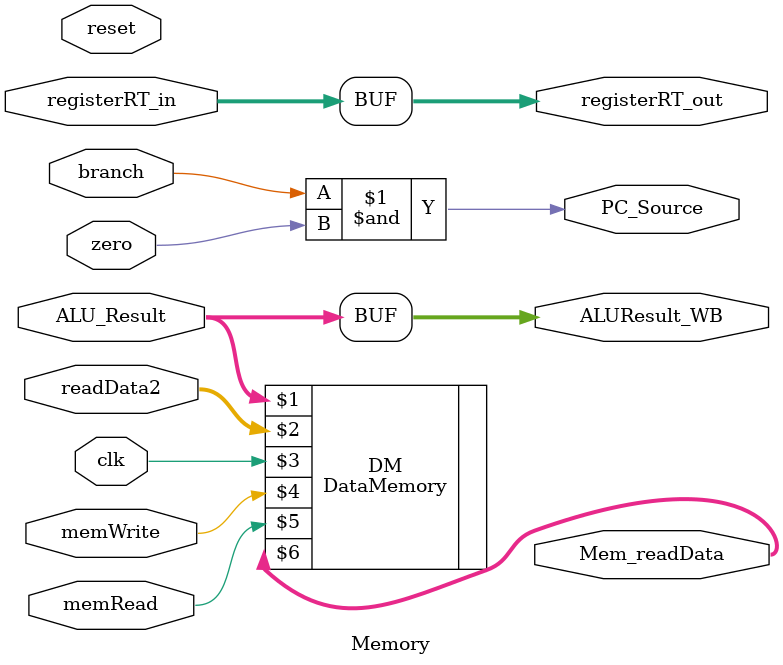
<source format=sv>


module Memory(clk,reset,branch,zero,memWrite,memRead,ALU_Result,readData2,registerRT_in,
PC_Source,Mem_readData,ALUResult_WB,registerRT_out);

input clk, reset; 

input branch; 
input zero; 
input memWrite;
input memRead; 
input [127:0] ALU_Result; 
input [127:0] readData2;
input [6:0] registerRT_in;

output PC_Source; 
output [127:0] Mem_readData;
output [127:0] ALUResult_WB;
output [6:0] registerRT_out;


assign PC_Source = branch & zero; 
assign ALUResult_WB =  ALU_Result;  
assign registerRT_out = registerRT_in; 

DataMemory DM(ALU_Result, readData2 ,clk, memWrite, memRead, Mem_readData);


endmodule


</source>
